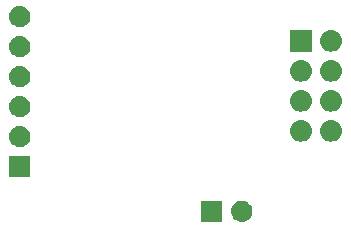
<source format=gbr>
G04 #@! TF.GenerationSoftware,KiCad,Pcbnew,5.0.2-bee76a0~70~ubuntu18.04.1*
G04 #@! TF.CreationDate,2019-08-02T17:52:02+01:00*
G04 #@! TF.ProjectId,UART_plain,55415254-5f70-46c6-9169-6e2e6b696361,rev?*
G04 #@! TF.SameCoordinates,Original*
G04 #@! TF.FileFunction,Soldermask,Bot*
G04 #@! TF.FilePolarity,Negative*
%FSLAX46Y46*%
G04 Gerber Fmt 4.6, Leading zero omitted, Abs format (unit mm)*
G04 Created by KiCad (PCBNEW 5.0.2-bee76a0~70~ubuntu18.04.1) date Fri 02 Aug 2019 17:52:02 BST*
%MOMM*%
%LPD*%
G01*
G04 APERTURE LIST*
%ADD10C,0.100000*%
G04 APERTURE END LIST*
D10*
G36*
X125561000Y-107401000D02*
X123759000Y-107401000D01*
X123759000Y-105599000D01*
X125561000Y-105599000D01*
X125561000Y-107401000D01*
X125561000Y-107401000D01*
G37*
G36*
X127310442Y-105605518D02*
X127376627Y-105612037D01*
X127489853Y-105646384D01*
X127546467Y-105663557D01*
X127685087Y-105737652D01*
X127702991Y-105747222D01*
X127738729Y-105776552D01*
X127840186Y-105859814D01*
X127923448Y-105961271D01*
X127952778Y-105997009D01*
X127952779Y-105997011D01*
X128036443Y-106153533D01*
X128036443Y-106153534D01*
X128087963Y-106323373D01*
X128105359Y-106500000D01*
X128087963Y-106676627D01*
X128053616Y-106789853D01*
X128036443Y-106846467D01*
X127962348Y-106985087D01*
X127952778Y-107002991D01*
X127923448Y-107038729D01*
X127840186Y-107140186D01*
X127738729Y-107223448D01*
X127702991Y-107252778D01*
X127702989Y-107252779D01*
X127546467Y-107336443D01*
X127489853Y-107353616D01*
X127376627Y-107387963D01*
X127310442Y-107394482D01*
X127244260Y-107401000D01*
X127155740Y-107401000D01*
X127089558Y-107394482D01*
X127023373Y-107387963D01*
X126910147Y-107353616D01*
X126853533Y-107336443D01*
X126697011Y-107252779D01*
X126697009Y-107252778D01*
X126661271Y-107223448D01*
X126559814Y-107140186D01*
X126476552Y-107038729D01*
X126447222Y-107002991D01*
X126437652Y-106985087D01*
X126363557Y-106846467D01*
X126346384Y-106789853D01*
X126312037Y-106676627D01*
X126294641Y-106500000D01*
X126312037Y-106323373D01*
X126363557Y-106153534D01*
X126363557Y-106153533D01*
X126447221Y-105997011D01*
X126447222Y-105997009D01*
X126476552Y-105961271D01*
X126559814Y-105859814D01*
X126661271Y-105776552D01*
X126697009Y-105747222D01*
X126714913Y-105737652D01*
X126853533Y-105663557D01*
X126910147Y-105646384D01*
X127023373Y-105612037D01*
X127089557Y-105605519D01*
X127155740Y-105599000D01*
X127244260Y-105599000D01*
X127310442Y-105605518D01*
X127310442Y-105605518D01*
G37*
G36*
X109301000Y-103601000D02*
X107499000Y-103601000D01*
X107499000Y-101799000D01*
X109301000Y-101799000D01*
X109301000Y-103601000D01*
X109301000Y-103601000D01*
G37*
G36*
X108510443Y-99265519D02*
X108576627Y-99272037D01*
X108689853Y-99306384D01*
X108746467Y-99323557D01*
X108755353Y-99328307D01*
X108902991Y-99407222D01*
X108938729Y-99436552D01*
X109040186Y-99519814D01*
X109123448Y-99621271D01*
X109152778Y-99657009D01*
X109152779Y-99657011D01*
X109236443Y-99813533D01*
X109236443Y-99813534D01*
X109287963Y-99983373D01*
X109305359Y-100160000D01*
X109287963Y-100336627D01*
X109255349Y-100444141D01*
X109236443Y-100506467D01*
X109162348Y-100645087D01*
X109152778Y-100662991D01*
X109123448Y-100698729D01*
X109040186Y-100800186D01*
X108938729Y-100883448D01*
X108902991Y-100912778D01*
X108902989Y-100912779D01*
X108746467Y-100996443D01*
X108689853Y-101013616D01*
X108576627Y-101047963D01*
X108510443Y-101054481D01*
X108444260Y-101061000D01*
X108355740Y-101061000D01*
X108289557Y-101054481D01*
X108223373Y-101047963D01*
X108110147Y-101013616D01*
X108053533Y-100996443D01*
X107897011Y-100912779D01*
X107897009Y-100912778D01*
X107861271Y-100883448D01*
X107759814Y-100800186D01*
X107676552Y-100698729D01*
X107647222Y-100662991D01*
X107637652Y-100645087D01*
X107563557Y-100506467D01*
X107544651Y-100444141D01*
X107512037Y-100336627D01*
X107494641Y-100160000D01*
X107512037Y-99983373D01*
X107563557Y-99813534D01*
X107563557Y-99813533D01*
X107647221Y-99657011D01*
X107647222Y-99657009D01*
X107676552Y-99621271D01*
X107759814Y-99519814D01*
X107861271Y-99436552D01*
X107897009Y-99407222D01*
X108044647Y-99328307D01*
X108053533Y-99323557D01*
X108110147Y-99306384D01*
X108223373Y-99272037D01*
X108289557Y-99265519D01*
X108355740Y-99259000D01*
X108444260Y-99259000D01*
X108510443Y-99265519D01*
X108510443Y-99265519D01*
G37*
G36*
X134934295Y-98778634D02*
X135106695Y-98830932D01*
X135106697Y-98830933D01*
X135265584Y-98915860D01*
X135404850Y-99030152D01*
X135519142Y-99169418D01*
X135573993Y-99272037D01*
X135604070Y-99328307D01*
X135656368Y-99500707D01*
X135674026Y-99680001D01*
X135656368Y-99859295D01*
X135604070Y-100031695D01*
X135604069Y-100031697D01*
X135519142Y-100190584D01*
X135404850Y-100329850D01*
X135265584Y-100444142D01*
X135148984Y-100506466D01*
X135106695Y-100529070D01*
X134934295Y-100581368D01*
X134799932Y-100594601D01*
X134710070Y-100594601D01*
X134575707Y-100581368D01*
X134403307Y-100529070D01*
X134361018Y-100506466D01*
X134244418Y-100444142D01*
X134105152Y-100329850D01*
X133990860Y-100190584D01*
X133905933Y-100031697D01*
X133905932Y-100031695D01*
X133853634Y-99859295D01*
X133835976Y-99680001D01*
X133853634Y-99500707D01*
X133905932Y-99328307D01*
X133936009Y-99272037D01*
X133990860Y-99169418D01*
X134105152Y-99030152D01*
X134244418Y-98915860D01*
X134403305Y-98830933D01*
X134403307Y-98830932D01*
X134575707Y-98778634D01*
X134710070Y-98765401D01*
X134799932Y-98765401D01*
X134934295Y-98778634D01*
X134934295Y-98778634D01*
G37*
G36*
X132394295Y-98778634D02*
X132566695Y-98830932D01*
X132566697Y-98830933D01*
X132725584Y-98915860D01*
X132864850Y-99030152D01*
X132979142Y-99169418D01*
X133033993Y-99272037D01*
X133064070Y-99328307D01*
X133116368Y-99500707D01*
X133134026Y-99680001D01*
X133116368Y-99859295D01*
X133064070Y-100031695D01*
X133064069Y-100031697D01*
X132979142Y-100190584D01*
X132864850Y-100329850D01*
X132725584Y-100444142D01*
X132608984Y-100506466D01*
X132566695Y-100529070D01*
X132394295Y-100581368D01*
X132259932Y-100594601D01*
X132170070Y-100594601D01*
X132035707Y-100581368D01*
X131863307Y-100529070D01*
X131821018Y-100506466D01*
X131704418Y-100444142D01*
X131565152Y-100329850D01*
X131450860Y-100190584D01*
X131365933Y-100031697D01*
X131365932Y-100031695D01*
X131313634Y-99859295D01*
X131295976Y-99680001D01*
X131313634Y-99500707D01*
X131365932Y-99328307D01*
X131396009Y-99272037D01*
X131450860Y-99169418D01*
X131565152Y-99030152D01*
X131704418Y-98915860D01*
X131863305Y-98830933D01*
X131863307Y-98830932D01*
X132035707Y-98778634D01*
X132170070Y-98765401D01*
X132259932Y-98765401D01*
X132394295Y-98778634D01*
X132394295Y-98778634D01*
G37*
G36*
X108510442Y-96725518D02*
X108576627Y-96732037D01*
X108689853Y-96766384D01*
X108746467Y-96783557D01*
X108755353Y-96788307D01*
X108902991Y-96867222D01*
X108938729Y-96896552D01*
X109040186Y-96979814D01*
X109123448Y-97081271D01*
X109152778Y-97117009D01*
X109152779Y-97117011D01*
X109236443Y-97273533D01*
X109236443Y-97273534D01*
X109287963Y-97443373D01*
X109305359Y-97620000D01*
X109287963Y-97796627D01*
X109255349Y-97904141D01*
X109236443Y-97966467D01*
X109162348Y-98105087D01*
X109152778Y-98122991D01*
X109123448Y-98158729D01*
X109040186Y-98260186D01*
X108938729Y-98343448D01*
X108902991Y-98372778D01*
X108902989Y-98372779D01*
X108746467Y-98456443D01*
X108689853Y-98473616D01*
X108576627Y-98507963D01*
X108510442Y-98514482D01*
X108444260Y-98521000D01*
X108355740Y-98521000D01*
X108289558Y-98514482D01*
X108223373Y-98507963D01*
X108110147Y-98473616D01*
X108053533Y-98456443D01*
X107897011Y-98372779D01*
X107897009Y-98372778D01*
X107861271Y-98343448D01*
X107759814Y-98260186D01*
X107676552Y-98158729D01*
X107647222Y-98122991D01*
X107637652Y-98105087D01*
X107563557Y-97966467D01*
X107544651Y-97904141D01*
X107512037Y-97796627D01*
X107494641Y-97620000D01*
X107512037Y-97443373D01*
X107563557Y-97273534D01*
X107563557Y-97273533D01*
X107647221Y-97117011D01*
X107647222Y-97117009D01*
X107676552Y-97081271D01*
X107759814Y-96979814D01*
X107861271Y-96896552D01*
X107897009Y-96867222D01*
X108044647Y-96788307D01*
X108053533Y-96783557D01*
X108110147Y-96766384D01*
X108223373Y-96732037D01*
X108289558Y-96725518D01*
X108355740Y-96719000D01*
X108444260Y-96719000D01*
X108510442Y-96725518D01*
X108510442Y-96725518D01*
G37*
G36*
X134934295Y-96238634D02*
X135106695Y-96290932D01*
X135106697Y-96290933D01*
X135265584Y-96375860D01*
X135404850Y-96490152D01*
X135519142Y-96629418D01*
X135573993Y-96732037D01*
X135604070Y-96788307D01*
X135656368Y-96960707D01*
X135674026Y-97140001D01*
X135656368Y-97319295D01*
X135604070Y-97491695D01*
X135604069Y-97491697D01*
X135519142Y-97650584D01*
X135404850Y-97789850D01*
X135265584Y-97904142D01*
X135148984Y-97966466D01*
X135106695Y-97989070D01*
X134934295Y-98041368D01*
X134799932Y-98054601D01*
X134710070Y-98054601D01*
X134575707Y-98041368D01*
X134403307Y-97989070D01*
X134361018Y-97966466D01*
X134244418Y-97904142D01*
X134105152Y-97789850D01*
X133990860Y-97650584D01*
X133905933Y-97491697D01*
X133905932Y-97491695D01*
X133853634Y-97319295D01*
X133835976Y-97140001D01*
X133853634Y-96960707D01*
X133905932Y-96788307D01*
X133936009Y-96732037D01*
X133990860Y-96629418D01*
X134105152Y-96490152D01*
X134244418Y-96375860D01*
X134403305Y-96290933D01*
X134403307Y-96290932D01*
X134575707Y-96238634D01*
X134710070Y-96225401D01*
X134799932Y-96225401D01*
X134934295Y-96238634D01*
X134934295Y-96238634D01*
G37*
G36*
X132394295Y-96238634D02*
X132566695Y-96290932D01*
X132566697Y-96290933D01*
X132725584Y-96375860D01*
X132864850Y-96490152D01*
X132979142Y-96629418D01*
X133033993Y-96732037D01*
X133064070Y-96788307D01*
X133116368Y-96960707D01*
X133134026Y-97140001D01*
X133116368Y-97319295D01*
X133064070Y-97491695D01*
X133064069Y-97491697D01*
X132979142Y-97650584D01*
X132864850Y-97789850D01*
X132725584Y-97904142D01*
X132608984Y-97966466D01*
X132566695Y-97989070D01*
X132394295Y-98041368D01*
X132259932Y-98054601D01*
X132170070Y-98054601D01*
X132035707Y-98041368D01*
X131863307Y-97989070D01*
X131821018Y-97966466D01*
X131704418Y-97904142D01*
X131565152Y-97789850D01*
X131450860Y-97650584D01*
X131365933Y-97491697D01*
X131365932Y-97491695D01*
X131313634Y-97319295D01*
X131295976Y-97140001D01*
X131313634Y-96960707D01*
X131365932Y-96788307D01*
X131396009Y-96732037D01*
X131450860Y-96629418D01*
X131565152Y-96490152D01*
X131704418Y-96375860D01*
X131863305Y-96290933D01*
X131863307Y-96290932D01*
X132035707Y-96238634D01*
X132170070Y-96225401D01*
X132259932Y-96225401D01*
X132394295Y-96238634D01*
X132394295Y-96238634D01*
G37*
G36*
X108510443Y-94185519D02*
X108576627Y-94192037D01*
X108689853Y-94226384D01*
X108746467Y-94243557D01*
X108755353Y-94248307D01*
X108902991Y-94327222D01*
X108938729Y-94356552D01*
X109040186Y-94439814D01*
X109123448Y-94541271D01*
X109152778Y-94577009D01*
X109152779Y-94577011D01*
X109236443Y-94733533D01*
X109236443Y-94733534D01*
X109287963Y-94903373D01*
X109305359Y-95080000D01*
X109287963Y-95256627D01*
X109255349Y-95364141D01*
X109236443Y-95426467D01*
X109162348Y-95565087D01*
X109152778Y-95582991D01*
X109123448Y-95618729D01*
X109040186Y-95720186D01*
X108938729Y-95803448D01*
X108902991Y-95832778D01*
X108902989Y-95832779D01*
X108746467Y-95916443D01*
X108689853Y-95933616D01*
X108576627Y-95967963D01*
X108510443Y-95974481D01*
X108444260Y-95981000D01*
X108355740Y-95981000D01*
X108289558Y-95974482D01*
X108223373Y-95967963D01*
X108110147Y-95933616D01*
X108053533Y-95916443D01*
X107897011Y-95832779D01*
X107897009Y-95832778D01*
X107861271Y-95803448D01*
X107759814Y-95720186D01*
X107676552Y-95618729D01*
X107647222Y-95582991D01*
X107637652Y-95565087D01*
X107563557Y-95426467D01*
X107544651Y-95364141D01*
X107512037Y-95256627D01*
X107494641Y-95080000D01*
X107512037Y-94903373D01*
X107563557Y-94733534D01*
X107563557Y-94733533D01*
X107647221Y-94577011D01*
X107647222Y-94577009D01*
X107676552Y-94541271D01*
X107759814Y-94439814D01*
X107861271Y-94356552D01*
X107897009Y-94327222D01*
X108044647Y-94248307D01*
X108053533Y-94243557D01*
X108110147Y-94226384D01*
X108223373Y-94192037D01*
X108289557Y-94185519D01*
X108355740Y-94179000D01*
X108444260Y-94179000D01*
X108510443Y-94185519D01*
X108510443Y-94185519D01*
G37*
G36*
X132394295Y-93698634D02*
X132566695Y-93750932D01*
X132566697Y-93750933D01*
X132725584Y-93835860D01*
X132864850Y-93950152D01*
X132979142Y-94089418D01*
X133033993Y-94192037D01*
X133064070Y-94248307D01*
X133116368Y-94420707D01*
X133134026Y-94600001D01*
X133116368Y-94779295D01*
X133064070Y-94951695D01*
X133064069Y-94951697D01*
X132979142Y-95110584D01*
X132864850Y-95249850D01*
X132725584Y-95364142D01*
X132608984Y-95426466D01*
X132566695Y-95449070D01*
X132394295Y-95501368D01*
X132259932Y-95514601D01*
X132170070Y-95514601D01*
X132035707Y-95501368D01*
X131863307Y-95449070D01*
X131821018Y-95426466D01*
X131704418Y-95364142D01*
X131565152Y-95249850D01*
X131450860Y-95110584D01*
X131365933Y-94951697D01*
X131365932Y-94951695D01*
X131313634Y-94779295D01*
X131295976Y-94600001D01*
X131313634Y-94420707D01*
X131365932Y-94248307D01*
X131396009Y-94192037D01*
X131450860Y-94089418D01*
X131565152Y-93950152D01*
X131704418Y-93835860D01*
X131863305Y-93750933D01*
X131863307Y-93750932D01*
X132035707Y-93698634D01*
X132170070Y-93685401D01*
X132259932Y-93685401D01*
X132394295Y-93698634D01*
X132394295Y-93698634D01*
G37*
G36*
X134934295Y-93698634D02*
X135106695Y-93750932D01*
X135106697Y-93750933D01*
X135265584Y-93835860D01*
X135404850Y-93950152D01*
X135519142Y-94089418D01*
X135573993Y-94192037D01*
X135604070Y-94248307D01*
X135656368Y-94420707D01*
X135674026Y-94600001D01*
X135656368Y-94779295D01*
X135604070Y-94951695D01*
X135604069Y-94951697D01*
X135519142Y-95110584D01*
X135404850Y-95249850D01*
X135265584Y-95364142D01*
X135148984Y-95426466D01*
X135106695Y-95449070D01*
X134934295Y-95501368D01*
X134799932Y-95514601D01*
X134710070Y-95514601D01*
X134575707Y-95501368D01*
X134403307Y-95449070D01*
X134361018Y-95426466D01*
X134244418Y-95364142D01*
X134105152Y-95249850D01*
X133990860Y-95110584D01*
X133905933Y-94951697D01*
X133905932Y-94951695D01*
X133853634Y-94779295D01*
X133835976Y-94600001D01*
X133853634Y-94420707D01*
X133905932Y-94248307D01*
X133936009Y-94192037D01*
X133990860Y-94089418D01*
X134105152Y-93950152D01*
X134244418Y-93835860D01*
X134403305Y-93750933D01*
X134403307Y-93750932D01*
X134575707Y-93698634D01*
X134710070Y-93685401D01*
X134799932Y-93685401D01*
X134934295Y-93698634D01*
X134934295Y-93698634D01*
G37*
G36*
X108510442Y-91645518D02*
X108576627Y-91652037D01*
X108689853Y-91686384D01*
X108746467Y-91703557D01*
X108755353Y-91708307D01*
X108902991Y-91787222D01*
X108938729Y-91816552D01*
X109040186Y-91899814D01*
X109123448Y-92001271D01*
X109152778Y-92037009D01*
X109152779Y-92037011D01*
X109236443Y-92193533D01*
X109236443Y-92193534D01*
X109287963Y-92363373D01*
X109305359Y-92540000D01*
X109287963Y-92716627D01*
X109255349Y-92824141D01*
X109236443Y-92886467D01*
X109162348Y-93025087D01*
X109152778Y-93042991D01*
X109123448Y-93078729D01*
X109040186Y-93180186D01*
X108938729Y-93263448D01*
X108902991Y-93292778D01*
X108902989Y-93292779D01*
X108746467Y-93376443D01*
X108689853Y-93393616D01*
X108576627Y-93427963D01*
X108510443Y-93434481D01*
X108444260Y-93441000D01*
X108355740Y-93441000D01*
X108289557Y-93434481D01*
X108223373Y-93427963D01*
X108110147Y-93393616D01*
X108053533Y-93376443D01*
X107897011Y-93292779D01*
X107897009Y-93292778D01*
X107861271Y-93263448D01*
X107759814Y-93180186D01*
X107676552Y-93078729D01*
X107647222Y-93042991D01*
X107637652Y-93025087D01*
X107563557Y-92886467D01*
X107544651Y-92824141D01*
X107512037Y-92716627D01*
X107494641Y-92540000D01*
X107512037Y-92363373D01*
X107563557Y-92193534D01*
X107563557Y-92193533D01*
X107647221Y-92037011D01*
X107647222Y-92037009D01*
X107676552Y-92001271D01*
X107759814Y-91899814D01*
X107861271Y-91816552D01*
X107897009Y-91787222D01*
X108044647Y-91708307D01*
X108053533Y-91703557D01*
X108110147Y-91686384D01*
X108223373Y-91652037D01*
X108289558Y-91645518D01*
X108355740Y-91639000D01*
X108444260Y-91639000D01*
X108510442Y-91645518D01*
X108510442Y-91645518D01*
G37*
G36*
X134934295Y-91158634D02*
X135106695Y-91210932D01*
X135106697Y-91210933D01*
X135265584Y-91295860D01*
X135404850Y-91410152D01*
X135519142Y-91549418D01*
X135573993Y-91652037D01*
X135604070Y-91708307D01*
X135656368Y-91880707D01*
X135674026Y-92060001D01*
X135656368Y-92239295D01*
X135604070Y-92411695D01*
X135604069Y-92411697D01*
X135519142Y-92570584D01*
X135404850Y-92709850D01*
X135265584Y-92824142D01*
X135148984Y-92886466D01*
X135106695Y-92909070D01*
X134934295Y-92961368D01*
X134799932Y-92974601D01*
X134710070Y-92974601D01*
X134575707Y-92961368D01*
X134403307Y-92909070D01*
X134361018Y-92886466D01*
X134244418Y-92824142D01*
X134105152Y-92709850D01*
X133990860Y-92570584D01*
X133905933Y-92411697D01*
X133905932Y-92411695D01*
X133853634Y-92239295D01*
X133835976Y-92060001D01*
X133853634Y-91880707D01*
X133905932Y-91708307D01*
X133936009Y-91652037D01*
X133990860Y-91549418D01*
X134105152Y-91410152D01*
X134244418Y-91295860D01*
X134403305Y-91210933D01*
X134403307Y-91210932D01*
X134575707Y-91158634D01*
X134710070Y-91145401D01*
X134799932Y-91145401D01*
X134934295Y-91158634D01*
X134934295Y-91158634D01*
G37*
G36*
X133129601Y-92974601D02*
X131300401Y-92974601D01*
X131300401Y-91145401D01*
X133129601Y-91145401D01*
X133129601Y-92974601D01*
X133129601Y-92974601D01*
G37*
G36*
X108510443Y-89105519D02*
X108576627Y-89112037D01*
X108689853Y-89146384D01*
X108746467Y-89163557D01*
X108885087Y-89237652D01*
X108902991Y-89247222D01*
X108938729Y-89276552D01*
X109040186Y-89359814D01*
X109123448Y-89461271D01*
X109152778Y-89497009D01*
X109152779Y-89497011D01*
X109236443Y-89653533D01*
X109236443Y-89653534D01*
X109287963Y-89823373D01*
X109305359Y-90000000D01*
X109287963Y-90176627D01*
X109253616Y-90289853D01*
X109236443Y-90346467D01*
X109162348Y-90485087D01*
X109152778Y-90502991D01*
X109123448Y-90538729D01*
X109040186Y-90640186D01*
X108938729Y-90723448D01*
X108902991Y-90752778D01*
X108902989Y-90752779D01*
X108746467Y-90836443D01*
X108689853Y-90853616D01*
X108576627Y-90887963D01*
X108510443Y-90894481D01*
X108444260Y-90901000D01*
X108355740Y-90901000D01*
X108289557Y-90894481D01*
X108223373Y-90887963D01*
X108110147Y-90853616D01*
X108053533Y-90836443D01*
X107897011Y-90752779D01*
X107897009Y-90752778D01*
X107861271Y-90723448D01*
X107759814Y-90640186D01*
X107676552Y-90538729D01*
X107647222Y-90502991D01*
X107637652Y-90485087D01*
X107563557Y-90346467D01*
X107546384Y-90289853D01*
X107512037Y-90176627D01*
X107494641Y-90000000D01*
X107512037Y-89823373D01*
X107563557Y-89653534D01*
X107563557Y-89653533D01*
X107647221Y-89497011D01*
X107647222Y-89497009D01*
X107676552Y-89461271D01*
X107759814Y-89359814D01*
X107861271Y-89276552D01*
X107897009Y-89247222D01*
X107914913Y-89237652D01*
X108053533Y-89163557D01*
X108110147Y-89146384D01*
X108223373Y-89112037D01*
X108289557Y-89105519D01*
X108355740Y-89099000D01*
X108444260Y-89099000D01*
X108510443Y-89105519D01*
X108510443Y-89105519D01*
G37*
M02*

</source>
